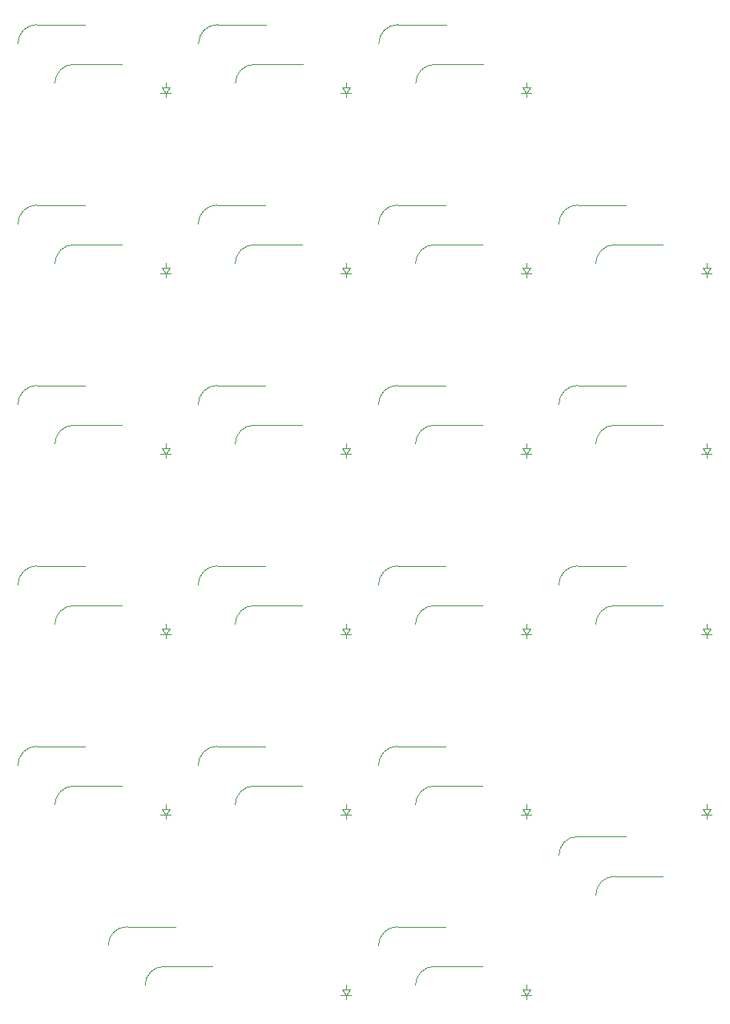
<source format=gbr>
%TF.GenerationSoftware,KiCad,Pcbnew,8.0.6*%
%TF.CreationDate,2024-12-05T21:44:36-05:00*%
%TF.ProjectId,kiCAD Keypad,6b694341-4420-44b6-9579-7061642e6b69,rev?*%
%TF.SameCoordinates,Original*%
%TF.FileFunction,Legend,Bot*%
%TF.FilePolarity,Positive*%
%FSLAX46Y46*%
G04 Gerber Fmt 4.6, Leading zero omitted, Abs format (unit mm)*
G04 Created by KiCad (PCBNEW 8.0.6) date 2024-12-05 21:44:36*
%MOMM*%
%LPD*%
G01*
G04 APERTURE LIST*
%ADD10C,0.120000*%
%ADD11C,0.100000*%
G04 APERTURE END LIST*
D10*
%TO.C,S8*%
X45588750Y-112162500D02*
X50688750Y-112162500D01*
X49488750Y-116362500D02*
X54588750Y-116362500D01*
X43588750Y-114162500D02*
G75*
G02*
X45588750Y-112162500I1999999J1D01*
G01*
X47488750Y-118362500D02*
G75*
G02*
X49488750Y-116362500I1999999J1D01*
G01*
%TO.C,S1*%
X45588750Y-74062500D02*
X50688750Y-74062500D01*
X49488750Y-78262500D02*
X54588750Y-78262500D01*
X43588750Y-76062500D02*
G75*
G02*
X45588750Y-74062500I1999999J1D01*
G01*
X47488750Y-80262500D02*
G75*
G02*
X49488750Y-78262500I1999999J1D01*
G01*
%TO.C,S21*%
X83688750Y-169312500D02*
X88788750Y-169312500D01*
X87588750Y-173512500D02*
X92688750Y-173512500D01*
X81688750Y-171312500D02*
G75*
G02*
X83688750Y-169312500I1999999J1D01*
G01*
X85588750Y-175512500D02*
G75*
G02*
X87588750Y-173512500I1999999J1D01*
G01*
%TO.C,S3*%
X83718750Y-74062500D02*
X88818750Y-74062500D01*
X87618750Y-78262500D02*
X92718750Y-78262500D01*
X81718750Y-76062500D02*
G75*
G02*
X83718750Y-74062500I1999999J1D01*
G01*
X85618750Y-80262500D02*
G75*
G02*
X87618750Y-78262500I1999999J1D01*
G01*
%TO.C,S12*%
X45588750Y-131212500D02*
X50688750Y-131212500D01*
X49488750Y-135412500D02*
X54588750Y-135412500D01*
X43588750Y-133212500D02*
G75*
G02*
X45588750Y-131212500I1999999J1D01*
G01*
X47488750Y-137412500D02*
G75*
G02*
X49488750Y-135412500I1999999J1D01*
G01*
%TO.C,S14*%
X83688750Y-131212500D02*
X88788750Y-131212500D01*
X87588750Y-135412500D02*
X92688750Y-135412500D01*
X81688750Y-133212500D02*
G75*
G02*
X83688750Y-131212500I1999999J1D01*
G01*
X85588750Y-137412500D02*
G75*
G02*
X87588750Y-135412500I1999999J1D01*
G01*
%TO.C,S6*%
X83688750Y-93112500D02*
X88788750Y-93112500D01*
X87588750Y-97312500D02*
X92688750Y-97312500D01*
X81688750Y-95112500D02*
G75*
G02*
X83688750Y-93112500I1999999J1D01*
G01*
X85588750Y-99312500D02*
G75*
G02*
X87588750Y-97312500I1999999J1D01*
G01*
%TO.C,S7*%
X102738750Y-93112500D02*
X107838750Y-93112500D01*
X106638750Y-97312500D02*
X111738750Y-97312500D01*
X100738750Y-95112500D02*
G75*
G02*
X102738750Y-93112500I1999999J1D01*
G01*
X104638750Y-99312500D02*
G75*
G02*
X106638750Y-97312500I1999999J1D01*
G01*
%TO.C,S13*%
X64638750Y-131212500D02*
X69738750Y-131212500D01*
X68538750Y-135412500D02*
X73638750Y-135412500D01*
X62638750Y-133212500D02*
G75*
G02*
X64638750Y-131212500I1999999J1D01*
G01*
X66538750Y-137412500D02*
G75*
G02*
X68538750Y-135412500I1999999J1D01*
G01*
%TO.C,S11*%
X102738750Y-112162500D02*
X107838750Y-112162500D01*
X106638750Y-116362500D02*
X111738750Y-116362500D01*
X100738750Y-114162500D02*
G75*
G02*
X102738750Y-112162500I1999999J1D01*
G01*
X104638750Y-118362500D02*
G75*
G02*
X106638750Y-116362500I1999999J1D01*
G01*
%TO.C,S2*%
X64668750Y-74062500D02*
X69768750Y-74062500D01*
X68568750Y-78262500D02*
X73668750Y-78262500D01*
X62668750Y-76062500D02*
G75*
G02*
X64668750Y-74062500I1999999J1D01*
G01*
X66568750Y-80262500D02*
G75*
G02*
X68568750Y-78262500I1999999J1D01*
G01*
%TO.C,S4*%
X45588750Y-93112500D02*
X50688750Y-93112500D01*
X49488750Y-97312500D02*
X54588750Y-97312500D01*
X43588750Y-95112500D02*
G75*
G02*
X45588750Y-93112500I1999999J1D01*
G01*
X47488750Y-99312500D02*
G75*
G02*
X49488750Y-97312500I1999999J1D01*
G01*
%TO.C,S5*%
X64638750Y-93112500D02*
X69738750Y-93112500D01*
X68538750Y-97312500D02*
X73638750Y-97312500D01*
X62638750Y-95112500D02*
G75*
G02*
X64638750Y-93112500I1999999J1D01*
G01*
X66538750Y-99312500D02*
G75*
G02*
X68538750Y-97312500I1999999J1D01*
G01*
%TO.C,S18*%
X83688750Y-150262500D02*
X88788750Y-150262500D01*
X87588750Y-154462500D02*
X92688750Y-154462500D01*
X81688750Y-152262500D02*
G75*
G02*
X83688750Y-150262500I1999999J1D01*
G01*
X85588750Y-156462500D02*
G75*
G02*
X87588750Y-154462500I1999999J1D01*
G01*
%TO.C,S20*%
X55113750Y-169312500D02*
X60213750Y-169312500D01*
X59013750Y-173512500D02*
X64113750Y-173512500D01*
X53113750Y-171312500D02*
G75*
G02*
X55113750Y-169312500I1999999J1D01*
G01*
X57013750Y-175512500D02*
G75*
G02*
X59013750Y-173512500I1999999J1D01*
G01*
%TO.C,S15*%
X102738750Y-131212500D02*
X107838750Y-131212500D01*
X106638750Y-135412500D02*
X111738750Y-135412500D01*
X100738750Y-133212500D02*
G75*
G02*
X102738750Y-131212500I1999999J1D01*
G01*
X104638750Y-137412500D02*
G75*
G02*
X106638750Y-135412500I1999999J1D01*
G01*
%TO.C,S17*%
X64638750Y-150262500D02*
X69738750Y-150262500D01*
X68538750Y-154462500D02*
X73638750Y-154462500D01*
X62638750Y-152262500D02*
G75*
G02*
X64638750Y-150262500I1999999J1D01*
G01*
X66538750Y-156462500D02*
G75*
G02*
X68538750Y-154462500I1999999J1D01*
G01*
%TO.C,S9*%
X64638750Y-112162500D02*
X69738750Y-112162500D01*
X68538750Y-116362500D02*
X73638750Y-116362500D01*
X62638750Y-114162500D02*
G75*
G02*
X64638750Y-112162500I1999999J1D01*
G01*
X66538750Y-118362500D02*
G75*
G02*
X68538750Y-116362500I1999999J1D01*
G01*
%TO.C,S10*%
X83688750Y-112162500D02*
X88788750Y-112162500D01*
X87588750Y-116362500D02*
X92688750Y-116362500D01*
X81688750Y-114162500D02*
G75*
G02*
X83688750Y-112162500I1999999J1D01*
G01*
X85588750Y-118362500D02*
G75*
G02*
X87588750Y-116362500I1999999J1D01*
G01*
%TO.C,S16*%
X45588750Y-150262500D02*
X50688750Y-150262500D01*
X49488750Y-154462500D02*
X54588750Y-154462500D01*
X43588750Y-152262500D02*
G75*
G02*
X45588750Y-150262500I1999999J1D01*
G01*
X47488750Y-156462500D02*
G75*
G02*
X49488750Y-154462500I1999999J1D01*
G01*
%TO.C,S19*%
X102738750Y-159787500D02*
X107838750Y-159787500D01*
X106638750Y-163987500D02*
X111738750Y-163987500D01*
X100738750Y-161787500D02*
G75*
G02*
X102738750Y-159787500I1999999J1D01*
G01*
X104638750Y-165987500D02*
G75*
G02*
X106638750Y-163987500I1999999J1D01*
G01*
D11*
%TO.C,D16*%
X58663750Y-157512500D02*
X59763750Y-157512500D01*
X58813750Y-156912500D02*
X59613750Y-156912500D01*
X59213750Y-156412500D02*
X59213750Y-156912500D01*
X59213750Y-157512500D02*
X58813750Y-156912500D01*
X59213750Y-157512500D02*
X59213750Y-157912500D01*
X59613750Y-156912500D02*
X59213750Y-157512500D01*
%TO.C,D5*%
X77713750Y-100362500D02*
X78813750Y-100362500D01*
X77863750Y-99762500D02*
X78663750Y-99762500D01*
X78263750Y-99262500D02*
X78263750Y-99762500D01*
X78263750Y-100362500D02*
X77863750Y-99762500D01*
X78263750Y-100362500D02*
X78263750Y-100762500D01*
X78663750Y-99762500D02*
X78263750Y-100362500D01*
%TO.C,D14*%
X96763750Y-138462500D02*
X97863750Y-138462500D01*
X96913750Y-137862500D02*
X97713750Y-137862500D01*
X97313750Y-137362500D02*
X97313750Y-137862500D01*
X97313750Y-138462500D02*
X96913750Y-137862500D01*
X97313750Y-138462500D02*
X97313750Y-138862500D01*
X97713750Y-137862500D02*
X97313750Y-138462500D01*
%TO.C,D9*%
X77713750Y-119412500D02*
X78813750Y-119412500D01*
X77863750Y-118812500D02*
X78663750Y-118812500D01*
X78263750Y-118312500D02*
X78263750Y-118812500D01*
X78263750Y-119412500D02*
X77863750Y-118812500D01*
X78263750Y-119412500D02*
X78263750Y-119812500D01*
X78663750Y-118812500D02*
X78263750Y-119412500D01*
%TO.C,D4*%
X58663750Y-100362500D02*
X59763750Y-100362500D01*
X58813750Y-99762500D02*
X59613750Y-99762500D01*
X59213750Y-99262500D02*
X59213750Y-99762500D01*
X59213750Y-100362500D02*
X58813750Y-99762500D01*
X59213750Y-100362500D02*
X59213750Y-100762500D01*
X59613750Y-99762500D02*
X59213750Y-100362500D01*
%TO.C,D1*%
X58663750Y-81312500D02*
X59763750Y-81312500D01*
X58813750Y-80712500D02*
X59613750Y-80712500D01*
X59213750Y-80212500D02*
X59213750Y-80712500D01*
X59213750Y-81312500D02*
X58813750Y-80712500D01*
X59213750Y-81312500D02*
X59213750Y-81712500D01*
X59613750Y-80712500D02*
X59213750Y-81312500D01*
%TO.C,D17*%
X77713750Y-157512500D02*
X78813750Y-157512500D01*
X77863750Y-156912500D02*
X78663750Y-156912500D01*
X78263750Y-156412500D02*
X78263750Y-156912500D01*
X78263750Y-157512500D02*
X77863750Y-156912500D01*
X78263750Y-157512500D02*
X78263750Y-157912500D01*
X78663750Y-156912500D02*
X78263750Y-157512500D01*
%TO.C,D19*%
X115813750Y-157512500D02*
X116913750Y-157512500D01*
X115963750Y-156912500D02*
X116763750Y-156912500D01*
X116363750Y-156412500D02*
X116363750Y-156912500D01*
X116363750Y-157512500D02*
X115963750Y-156912500D01*
X116363750Y-157512500D02*
X116363750Y-157912500D01*
X116763750Y-156912500D02*
X116363750Y-157512500D01*
%TO.C,D6*%
X96763750Y-100362500D02*
X97863750Y-100362500D01*
X96913750Y-99762500D02*
X97713750Y-99762500D01*
X97313750Y-99262500D02*
X97313750Y-99762500D01*
X97313750Y-100362500D02*
X96913750Y-99762500D01*
X97313750Y-100362500D02*
X97313750Y-100762500D01*
X97713750Y-99762500D02*
X97313750Y-100362500D01*
%TO.C,D10*%
X96763750Y-119412500D02*
X97863750Y-119412500D01*
X96913750Y-118812500D02*
X97713750Y-118812500D01*
X97313750Y-118312500D02*
X97313750Y-118812500D01*
X97313750Y-119412500D02*
X96913750Y-118812500D01*
X97313750Y-119412500D02*
X97313750Y-119812500D01*
X97713750Y-118812500D02*
X97313750Y-119412500D01*
%TO.C,D20*%
X77713750Y-176562500D02*
X78813750Y-176562500D01*
X77863750Y-175962500D02*
X78663750Y-175962500D01*
X78263750Y-175462500D02*
X78263750Y-175962500D01*
X78263750Y-176562500D02*
X77863750Y-175962500D01*
X78263750Y-176562500D02*
X78263750Y-176962500D01*
X78663750Y-175962500D02*
X78263750Y-176562500D01*
%TO.C,D21*%
X96763750Y-176562500D02*
X97863750Y-176562500D01*
X96913750Y-175962500D02*
X97713750Y-175962500D01*
X97313750Y-175462500D02*
X97313750Y-175962500D01*
X97313750Y-176562500D02*
X96913750Y-175962500D01*
X97313750Y-176562500D02*
X97313750Y-176962500D01*
X97713750Y-175962500D02*
X97313750Y-176562500D01*
%TO.C,D2*%
X77713750Y-81312500D02*
X78813750Y-81312500D01*
X77863750Y-80712500D02*
X78663750Y-80712500D01*
X78263750Y-80212500D02*
X78263750Y-80712500D01*
X78263750Y-81312500D02*
X77863750Y-80712500D01*
X78263750Y-81312500D02*
X78263750Y-81712500D01*
X78663750Y-80712500D02*
X78263750Y-81312500D01*
%TO.C,D3*%
X96763750Y-81312500D02*
X97863750Y-81312500D01*
X96913750Y-80712500D02*
X97713750Y-80712500D01*
X97313750Y-80212500D02*
X97313750Y-80712500D01*
X97313750Y-81312500D02*
X96913750Y-80712500D01*
X97313750Y-81312500D02*
X97313750Y-81712500D01*
X97713750Y-80712500D02*
X97313750Y-81312500D01*
%TO.C,D8*%
X58663750Y-119412500D02*
X59763750Y-119412500D01*
X58813750Y-118812500D02*
X59613750Y-118812500D01*
X59213750Y-118312500D02*
X59213750Y-118812500D01*
X59213750Y-119412500D02*
X58813750Y-118812500D01*
X59213750Y-119412500D02*
X59213750Y-119812500D01*
X59613750Y-118812500D02*
X59213750Y-119412500D01*
%TO.C,D15*%
X115813750Y-138462500D02*
X116913750Y-138462500D01*
X115963750Y-137862500D02*
X116763750Y-137862500D01*
X116363750Y-137362500D02*
X116363750Y-137862500D01*
X116363750Y-138462500D02*
X115963750Y-137862500D01*
X116363750Y-138462500D02*
X116363750Y-138862500D01*
X116763750Y-137862500D02*
X116363750Y-138462500D01*
%TO.C,D12*%
X58663750Y-138462500D02*
X59763750Y-138462500D01*
X58813750Y-137862500D02*
X59613750Y-137862500D01*
X59213750Y-137362500D02*
X59213750Y-137862500D01*
X59213750Y-138462500D02*
X58813750Y-137862500D01*
X59213750Y-138462500D02*
X59213750Y-138862500D01*
X59613750Y-137862500D02*
X59213750Y-138462500D01*
%TO.C,D11*%
X115813750Y-119412500D02*
X116913750Y-119412500D01*
X115963750Y-118812500D02*
X116763750Y-118812500D01*
X116363750Y-118312500D02*
X116363750Y-118812500D01*
X116363750Y-119412500D02*
X115963750Y-118812500D01*
X116363750Y-119412500D02*
X116363750Y-119812500D01*
X116763750Y-118812500D02*
X116363750Y-119412500D01*
%TO.C,D7*%
X115813750Y-100362500D02*
X116913750Y-100362500D01*
X115963750Y-99762500D02*
X116763750Y-99762500D01*
X116363750Y-99262500D02*
X116363750Y-99762500D01*
X116363750Y-100362500D02*
X115963750Y-99762500D01*
X116363750Y-100362500D02*
X116363750Y-100762500D01*
X116763750Y-99762500D02*
X116363750Y-100362500D01*
%TO.C,D18*%
X96763750Y-157512500D02*
X97863750Y-157512500D01*
X96913750Y-156912500D02*
X97713750Y-156912500D01*
X97313750Y-156412500D02*
X97313750Y-156912500D01*
X97313750Y-157512500D02*
X96913750Y-156912500D01*
X97313750Y-157512500D02*
X97313750Y-157912500D01*
X97713750Y-156912500D02*
X97313750Y-157512500D01*
%TO.C,D13*%
X77713750Y-138462500D02*
X78813750Y-138462500D01*
X77863750Y-137862500D02*
X78663750Y-137862500D01*
X78263750Y-137362500D02*
X78263750Y-137862500D01*
X78263750Y-138462500D02*
X77863750Y-137862500D01*
X78263750Y-138462500D02*
X78263750Y-138862500D01*
X78663750Y-137862500D02*
X78263750Y-138462500D01*
%TD*%
M02*

</source>
